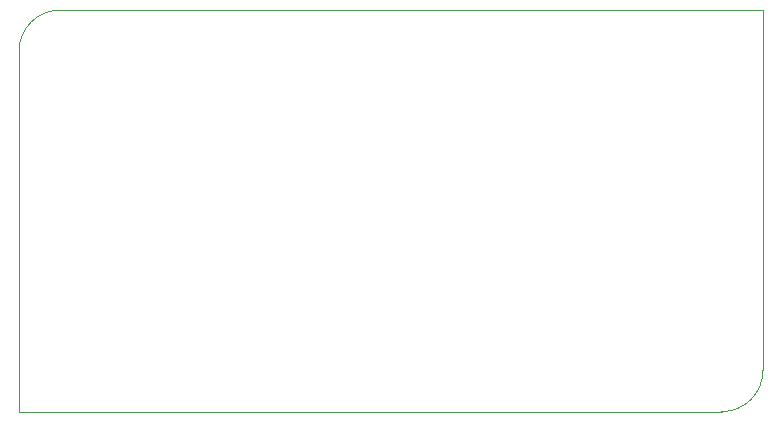
<source format=gbr>
%TF.GenerationSoftware,KiCad,Pcbnew,(5.1.6)-1*%
%TF.CreationDate,2020-09-05T12:43:39-05:00*%
%TF.ProjectId,fuente-sin-transformador,6675656e-7465-42d7-9369-6e2d7472616e,rev?*%
%TF.SameCoordinates,Original*%
%TF.FileFunction,Profile,NP*%
%FSLAX46Y46*%
G04 Gerber Fmt 4.6, Leading zero omitted, Abs format (unit mm)*
G04 Created by KiCad (PCBNEW (5.1.6)-1) date 2020-09-05 12:43:39*
%MOMM*%
%LPD*%
G01*
G04 APERTURE LIST*
%TA.AperFunction,Profile*%
%ADD10C,0.050000*%
%TD*%
G04 APERTURE END LIST*
D10*
X177000000Y-106500000D02*
G75*
G02*
X173500000Y-110000000I-3500000J0D01*
G01*
X114000000Y-79500000D02*
G75*
G02*
X117500000Y-76000000I3500000J0D01*
G01*
X117500000Y-76000000D02*
X177000000Y-76000000D01*
X114000000Y-110000000D02*
X114000000Y-79500000D01*
X173500000Y-110000000D02*
X114000000Y-110000000D01*
X177000000Y-76000000D02*
X177000000Y-106500000D01*
M02*

</source>
